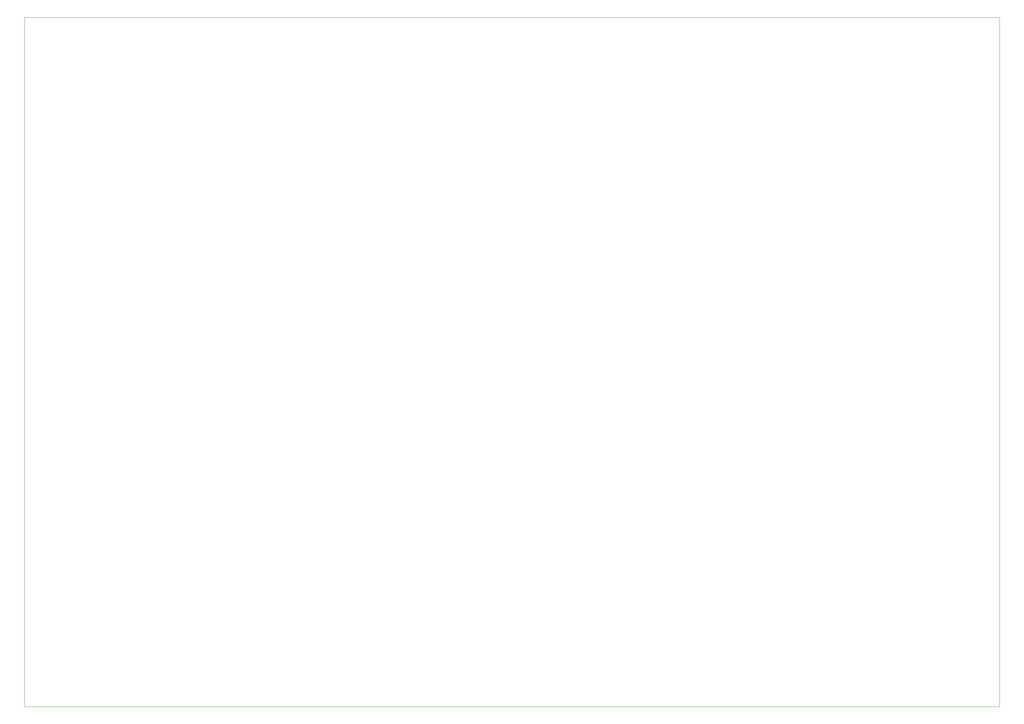
<source format=gm1>
G04 #@! TF.GenerationSoftware,KiCad,Pcbnew,7.0.2*
G04 #@! TF.CreationDate,2023-08-30T10:56:08+01:00*
G04 #@! TF.ProjectId,Air quality project,41697220-7175-4616-9c69-74792070726f,rev?*
G04 #@! TF.SameCoordinates,Original*
G04 #@! TF.FileFunction,Profile,NP*
%FSLAX45Y45*%
G04 Gerber Fmt 4.5, Leading zero omitted, Abs format (unit mm)*
G04 Created by KiCad (PCBNEW 7.0.2) date 2023-08-30 10:56:08*
%MOMM*%
%LPD*%
G01*
G04 APERTURE LIST*
G04 #@! TA.AperFunction,Profile*
%ADD10C,0.100000*%
G04 #@! TD*
G04 APERTURE END LIST*
D10*
X2000000Y-2000000D02*
X26650000Y-2000000D01*
X26650000Y-19450000D01*
X2000000Y-19450000D01*
X2000000Y-2000000D01*
M02*

</source>
